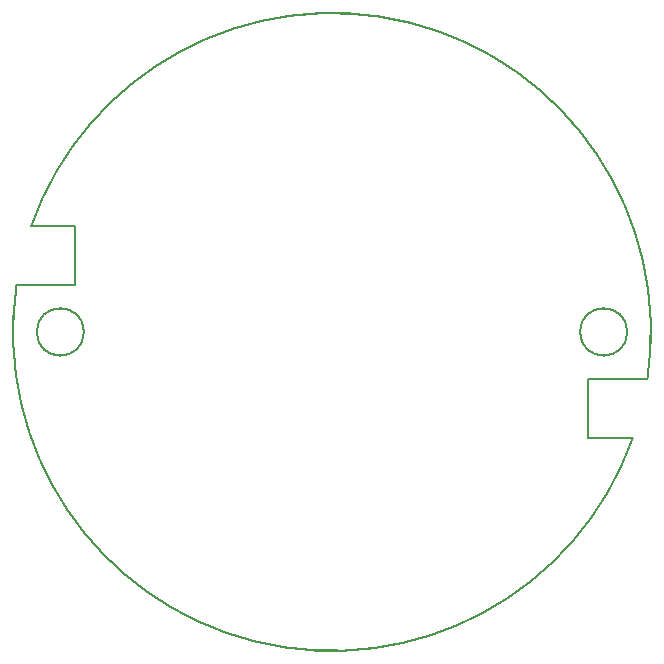
<source format=gko>
%FSLAX25Y25*%
%MOIN*%
G70*
G01*
G75*
G04 Layer_Color=16711935*
%ADD10R,0.03347X0.02756*%
%ADD11R,0.02362X0.03937*%
%ADD12O,0.04724X0.00984*%
%ADD13R,0.04724X0.01772*%
%ADD14O,0.04724X0.01772*%
%ADD15O,0.00984X0.04724*%
%ADD16O,0.01772X0.04724*%
%ADD17R,0.03937X0.02362*%
%ADD18R,0.02756X0.03347*%
%ADD19R,0.04724X0.01969*%
%ADD20O,0.03543X0.01969*%
%ADD21O,0.03543X0.01969*%
%ADD22R,0.03543X0.01969*%
%ADD23O,0.02500X0.05500*%
%ADD24R,0.02500X0.05500*%
%ADD25R,0.07874X0.07874*%
%ADD26C,0.01200*%
%ADD27C,0.06000*%
%ADD28C,0.01000*%
%ADD29C,0.02000*%
%ADD30C,0.00800*%
%ADD31C,0.01500*%
%ADD32C,0.03000*%
%ADD33C,0.05000*%
%ADD34C,0.00500*%
%ADD35C,0.05906*%
%ADD36P,0.08352X4X180.0*%
%ADD37R,0.05906X0.05906*%
G04:AMPARAMS|DCode=38|XSize=78.74mil|YSize=118.11mil|CornerRadius=0mil|HoleSize=0mil|Usage=FLASHONLY|Rotation=45.000|XOffset=0mil|YOffset=0mil|HoleType=Round|Shape=Rectangle|*
%AMROTATEDRECTD38*
4,1,4,0.01392,-0.06960,-0.06960,0.01392,-0.01392,0.06960,0.06960,-0.01392,0.01392,-0.06960,0.0*
%
%ADD38ROTATEDRECTD38*%

G04:AMPARAMS|DCode=39|XSize=78.74mil|YSize=118.11mil|CornerRadius=0mil|HoleSize=0mil|Usage=FLASHONLY|Rotation=45.000|XOffset=0mil|YOffset=0mil|HoleType=Round|Shape=Round|*
%AMOVALD39*
21,1,0.03937,0.07874,0.00000,0.00000,135.0*
1,1,0.07874,0.01392,-0.01392*
1,1,0.07874,-0.01392,0.01392*
%
%ADD39OVALD39*%

%ADD40C,0.06000*%
%ADD41P,0.08352X4X200.0*%
%ADD42R,0.05906X0.05906*%
%ADD43C,0.03000*%
%ADD44C,0.02000*%
%ADD45C,0.04000*%
%ADD46C,0.05000*%
%ADD47C,0.00787*%
%ADD48C,0.00984*%
%ADD49C,0.02362*%
%ADD50R,0.04147X0.03556*%
%ADD51R,0.03162X0.04737*%
%ADD52O,0.05524X0.01784*%
%ADD53R,0.05524X0.02572*%
%ADD54O,0.05524X0.02572*%
%ADD55O,0.01784X0.05524*%
%ADD56O,0.02572X0.05524*%
%ADD57R,0.04737X0.03162*%
%ADD58R,0.03556X0.04147*%
%ADD59R,0.05524X0.02769*%
%ADD60O,0.04343X0.02769*%
%ADD61O,0.04343X0.02769*%
%ADD62R,0.04343X0.02769*%
%ADD63O,0.03300X0.06300*%
%ADD64R,0.03300X0.06300*%
%ADD65R,0.08674X0.08674*%
%ADD66C,0.06706*%
%ADD67P,0.09483X4X180.0*%
%ADD68R,0.06706X0.06706*%
G04:AMPARAMS|DCode=69|XSize=86.74mil|YSize=126.11mil|CornerRadius=0mil|HoleSize=0mil|Usage=FLASHONLY|Rotation=45.000|XOffset=0mil|YOffset=0mil|HoleType=Round|Shape=Rectangle|*
%AMROTATEDRECTD69*
4,1,4,0.01392,-0.07525,-0.07525,0.01392,-0.01392,0.07525,0.07525,-0.01392,0.01392,-0.07525,0.0*
%
%ADD69ROTATEDRECTD69*%

G04:AMPARAMS|DCode=70|XSize=86.74mil|YSize=126.11mil|CornerRadius=0mil|HoleSize=0mil|Usage=FLASHONLY|Rotation=45.000|XOffset=0mil|YOffset=0mil|HoleType=Round|Shape=Round|*
%AMOVALD70*
21,1,0.03937,0.08674,0.00000,0.00000,135.0*
1,1,0.08674,0.01392,-0.01392*
1,1,0.08674,-0.01392,0.01392*
%
%ADD70OVALD70*%

%ADD71C,0.06800*%
%ADD72P,0.09483X4X200.0*%
%ADD73R,0.06706X0.06706*%
D34*
X-82698Y-20D02*
G03*
X-82698Y-70I-7874J-49D01*
G01*
X98404Y-20D02*
G03*
X98404Y-70I-7874J-49D01*
G01*
X-105149Y15667D02*
G03*
X100200Y-35500I105128J-15737D01*
G01*
X105103Y-15836D02*
G03*
X-100265Y35294I-105123J15766D01*
G01*
X85294Y-15818D02*
X104979D01*
X85294Y-35503D02*
X100208D01*
X85294Y-35418D02*
Y-15818D01*
X-85536Y15678D02*
Y35278D01*
X-100220D02*
X-85536D01*
X-105149Y15678D02*
X-85536D01*
X105123Y-15766D02*
G03*
X-100244Y35364I-105123J15766D01*
G01*
X-105128Y15737D02*
G03*
X100221Y-35430I105128J-15737D01*
G01*
X-82677Y49D02*
G03*
X-82677Y0I-7874J-49D01*
G01*
X98425Y49D02*
G03*
X98425Y0I-7874J-49D01*
G01*
X-105128Y15748D02*
X-85515D01*
X-100199Y35348D02*
X-85515D01*
Y15748D02*
Y35348D01*
X85315Y-35348D02*
Y-15748D01*
Y-35433D02*
X100229D01*
X85315Y-15748D02*
X105000D01*
M02*

</source>
